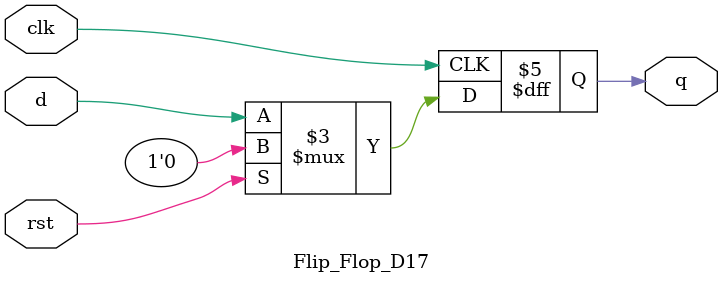
<source format=v>
`timescale 1ns / 1ps
module Flip_Flop_D17(
    input clk,
    input d,
    input rst,
    output reg q
    );

	 always @(posedge clk)
	 if (rst) 
	 q <= 0;
	 else
	 q <= d;
    


endmodule

</source>
